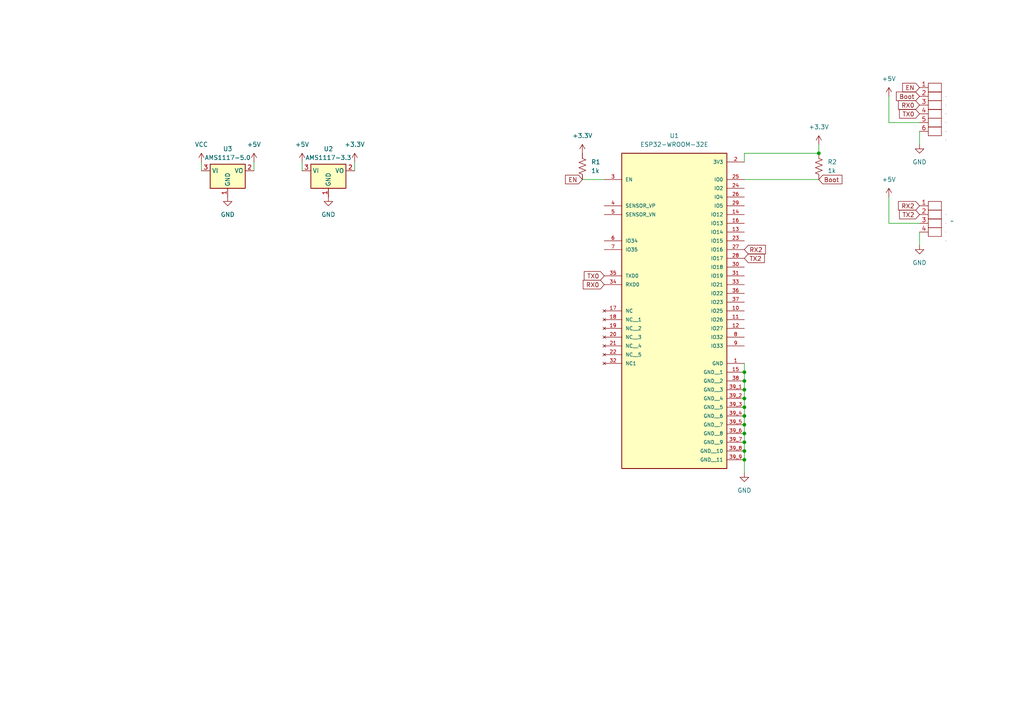
<source format=kicad_sch>
(kicad_sch (version 20230121) (generator eeschema)
  (paper "A4")
  (lib_symbols
    (symbol "Device:R_US" (pin_numbers hide) (pin_names (offset 0))
      (property "Reference" "R" (at 2.54 0 90))
      (property "Value" "R_US" (at -2.54 0 90))
      (symbol "R_US_0_1"
        (polyline (pts (xy 0 -2.286) (xy 0 -2.54)))
        (polyline (pts (xy 0 2.286) (xy 0 2.54)))
        (polyline (pts (xy 0 -0.762) (xy 1.016 -1.143) (xy 0 -1.524) (xy -1.016 -1.905) (xy 0 -2.286)))
        (polyline (pts (xy 0 0.762) (xy 1.016 0.381) (xy 0 0) (xy -1.016 -0.381) (xy 0 -0.762)))
        (polyline (pts (xy 0 2.286) (xy 1.016 1.905) (xy 0 1.524) (xy -1.016 1.143) (xy 0 0.762)))
      )
      (symbol "R_US_1_1"
        (pin passive line (at 0 3.81 270) (length 1.27) (name "~") (number "1"))
        (pin passive line (at 0 -3.81 90) (length 1.27) (name "~") (number "2"))
      )
    )
    (symbol "ESP32-WROOM-32E__16MB_:ESP32-WROOM-32E" (pin_names (offset 1.016))
      (property "Reference" "U" (at -15.24 33.909 0))
      (property "Value" "ESP32-WROOM-32E" (at -15.24 -60.96 0))
      (symbol "ESP32-WROOM-32E_0_0"
        (rectangle (start -15.24 -58.42) (end 15.24 33.02) (stroke (width 0.254)) (fill (type background)))
        (pin power_in line (at 20.32 -27.94 180) (length 5.08) (name "GND") (number "1"))
        (pin bidirectional line (at 20.32 -12.7 180) (length 5.08) (name "IO25") (number "10"))
        (pin bidirectional line (at 20.32 -15.24 180) (length 5.08) (name "IO26") (number "11"))
        (pin bidirectional line (at 20.32 -17.78 180) (length 5.08) (name "IO27") (number "12"))
        (pin bidirectional line (at 20.32 10.16 180) (length 5.08) (name "IO14") (number "13"))
        (pin bidirectional line (at 20.32 15.24 180) (length 5.08) (name "IO12") (number "14"))
        (pin power_in line (at 20.32 -30.48 180) (length 5.08) (name "GND__1") (number "15"))
        (pin bidirectional line (at 20.32 12.7 180) (length 5.08) (name "IO13") (number "16"))
        (pin no_connect line (at -20.32 -12.7 0) (length 5.08) (name "NC") (number "17"))
        (pin no_connect line (at -20.32 -15.24 0) (length 5.08) (name "NC__1") (number "18"))
        (pin no_connect line (at -20.32 -17.78 0) (length 5.08) (name "NC__2") (number "19"))
        (pin power_in line (at 20.32 30.48 180) (length 5.08) (name "3V3") (number "2"))
        (pin no_connect line (at -20.32 -20.32 0) (length 5.08) (name "NC__3") (number "20"))
        (pin no_connect line (at -20.32 -22.86 0) (length 5.08) (name "NC__4") (number "21"))
        (pin no_connect line (at -20.32 -25.4 0) (length 5.08) (name "NC__5") (number "22"))
        (pin bidirectional line (at 20.32 7.62 180) (length 5.08) (name "IO15") (number "23"))
        (pin bidirectional line (at 20.32 22.86 180) (length 5.08) (name "IO2") (number "24"))
        (pin bidirectional line (at 20.32 25.4 180) (length 5.08) (name "IO0") (number "25"))
        (pin bidirectional line (at 20.32 20.32 180) (length 5.08) (name "IO4") (number "26"))
        (pin bidirectional line (at 20.32 5.08 180) (length 5.08) (name "IO16") (number "27"))
        (pin bidirectional line (at 20.32 2.54 180) (length 5.08) (name "IO17") (number "28"))
        (pin bidirectional line (at 20.32 17.78 180) (length 5.08) (name "IO5") (number "29"))
        (pin input line (at -20.32 25.4 0) (length 5.08) (name "EN") (number "3"))
        (pin bidirectional line (at 20.32 0 180) (length 5.08) (name "IO18") (number "30"))
        (pin bidirectional line (at 20.32 -2.54 180) (length 5.08) (name "IO19") (number "31"))
        (pin no_connect line (at -20.32 -27.94 0) (length 5.08) (name "NC1") (number "32"))
        (pin bidirectional line (at 20.32 -5.08 180) (length 5.08) (name "IO21") (number "33"))
        (pin bidirectional line (at -20.32 -5.08 0) (length 5.08) (name "RXD0") (number "34"))
        (pin bidirectional line (at -20.32 -2.54 0) (length 5.08) (name "TXD0") (number "35"))
        (pin bidirectional line (at 20.32 -7.62 180) (length 5.08) (name "IO22") (number "36"))
        (pin bidirectional line (at 20.32 -10.16 180) (length 5.08) (name "IO23") (number "37"))
        (pin power_in line (at 20.32 -33.02 180) (length 5.08) (name "GND__2") (number "38"))
        (pin power_in line (at 20.32 -35.56 180) (length 5.08) (name "GND__3") (number "39_1"))
        (pin power_in line (at 20.32 -38.1 180) (length 5.08) (name "GND__4") (number "39_2"))
        (pin power_in line (at 20.32 -40.64 180) (length 5.08) (name "GND__5") (number "39_3"))
        (pin power_in line (at 20.32 -43.18 180) (length 5.08) (name "GND__6") (number "39_4"))
        (pin power_in line (at 20.32 -45.72 180) (length 5.08) (name "GND__7") (number "39_5"))
        (pin power_in line (at 20.32 -48.26 180) (length 5.08) (name "GND__8") (number "39_6"))
        (pin power_in line (at 20.32 -50.8 180) (length 5.08) (name "GND__9") (number "39_7"))
        (pin power_in line (at 20.32 -53.34 180) (length 5.08) (name "GND__10") (number "39_8"))
        (pin power_in line (at 20.32 -55.88 180) (length 5.08) (name "GND__11") (number "39_9"))
        (pin input line (at -20.32 17.78 0) (length 5.08) (name "SENSOR_VP") (number "4"))
        (pin input line (at -20.32 15.24 0) (length 5.08) (name "SENSOR_VN") (number "5"))
        (pin input line (at -20.32 7.62 0) (length 5.08) (name "IO34") (number "6"))
        (pin input line (at -20.32 5.08 0) (length 5.08) (name "IO35") (number "7"))
        (pin bidirectional line (at 20.32 -20.32 180) (length 5.08) (name "IO32") (number "8"))
        (pin bidirectional line (at 20.32 -22.86 180) (length 5.08) (name "IO33") (number "9"))
      )
    )
    (symbol "Regulator_Linear:AMS1117-3.3"
      (property "Reference" "U" (at -3.81 3.175 0))
      (property "Value" "AMS1117-3.3" (at 0 3.175 0))
      (symbol "AMS1117-3.3_0_1"
        (rectangle (start -5.08 -5.08) (end 5.08 1.905) (stroke (width 0.254)) (fill (type background)))
      )
      (symbol "AMS1117-3.3_1_1"
        (pin power_in line (at 0 -7.62 90) (length 2.54) (name "GND") (number "1"))
        (pin power_out line (at 7.62 0 180) (length 2.54) (name "VO") (number "2"))
        (pin power_in line (at -7.62 0 0) (length 2.54) (name "VI") (number "3"))
      )
    )
    (symbol "Regulator_Linear:AMS1117-5.0"
      (property "Reference" "U" (at -3.81 3.175 0))
      (property "Value" "AMS1117-5.0" (at 0 3.175 0))
      (symbol "AMS1117-5.0_0_1"
        (rectangle (start -5.08 -5.08) (end 5.08 1.905) (stroke (width 0.254)) (fill (type background)))
      )
      (symbol "AMS1117-5.0_1_1"
        (pin power_in line (at 0 -7.62 90) (length 2.54) (name "GND") (number "1"))
        (pin power_out line (at 7.62 0 180) (length 2.54) (name "VO") (number "2"))
        (pin power_in line (at -7.62 0 0) (length 2.54) (name "VI") (number "3"))
      )
    )
    (symbol "Solder_Pad:Programming_Pads"
      (symbol "Programming_Pads_0_1"
        (rectangle (start 2.54 -13.97) (end 2.54 -13.97))
        (rectangle (start 2.54 -11.43) (end 2.54 -11.43))
        (rectangle (start 2.54 -8.89) (end 2.54 -8.89))
        (rectangle (start 2.54 -6.35) (end 2.54 -6.35))
        (rectangle (start 2.54 -3.81) (end 2.54 -3.81))
        (rectangle (start 2.54 -1.27) (end 2.54 -1.27))
      )
      (symbol "Programming_Pads_1_1"
        (rectangle (start -2.54 -10.16) (end 1.27 -12.7))
        (rectangle (start -2.54 -7.62) (end 1.27 -10.16))
        (rectangle (start -2.54 -5.08) (end 1.27 -7.62))
        (rectangle (start -2.54 -2.54) (end 1.27 -5.08))
        (rectangle (start -2.54 0) (end 1.27 -2.54))
        (rectangle (start -2.54 2.54) (end 1.27 0))
        (pin input line (at -5.08 1.27 0) (length 2.54) (name "") (number "1"))
        (pin input line (at -5.08 -1.27 0) (length 2.54) (name "") (number "2"))
        (pin input line (at -5.08 -3.81 0) (length 2.54) (name "") (number "3"))
        (pin input line (at -5.08 -6.35 0) (length 2.54) (name "") (number "4"))
        (pin input line (at -5.08 -8.89 0) (length 2.54) (name "") (number "5"))
        (pin input line (at -5.08 -11.43 0) (length 2.54) (name "") (number "6"))
      )
    )
    (symbol "Solder_Pad:Serial_Device_Solder_Pad"
      (property "Value" "sp" (at -1.27 -1.27 0))
      (symbol "Serial_Device_Solder_Pad_0_1"
        (rectangle (start 2.54 -8.89) (end 2.54 -8.89))
        (rectangle (start 2.54 -6.35) (end 2.54 -6.35))
        (rectangle (start 2.54 -3.81) (end 2.54 -3.81))
        (rectangle (start 2.54 -1.27) (end 2.54 -1.27))
      )
      (symbol "Serial_Device_Solder_Pad_1_1"
        (rectangle (start -2.54 -5.08) (end 1.27 -7.62))
        (rectangle (start -2.54 -2.54) (end 1.27 -5.08))
        (rectangle (start -2.54 0) (end 1.27 -2.54))
        (rectangle (start -2.54 2.54) (end 1.27 0))
        (pin input line (at -5.08 1.27 0) (length 2.54) (name "") (number "1"))
        (pin input line (at -5.08 -1.27 0) (length 2.54) (name "") (number "2"))
        (pin input line (at -5.08 -3.81 0) (length 2.54) (name "") (number "3"))
        (pin input line (at -5.08 -6.35 0) (length 2.54) (name "") (number "4"))
      )
    )
    (symbol "power:+3.3V" (power) (pin_names (offset 0))
      (property "Value" "+3.3V" (at 0 3.556 0))
      (symbol "+3.3V_0_1"
        (polyline (pts (xy -0.762 1.27) (xy 0 2.54)))
        (polyline (pts (xy 0 0) (xy 0 2.54)))
        (polyline (pts (xy 0 2.54) (xy 0.762 1.27)))
      )
      (symbol "+3.3V_1_1"
        (pin power_in line (at 0 0 90) (length 0) hide (name "+3.3V") (number "1"))
      )
    )
    (symbol "power:+5V" (power) (pin_names (offset 0))
      (property "Value" "+5V" (at 0 3.556 0))
      (symbol "+5V_0_1"
        (polyline (pts (xy -0.762 1.27) (xy 0 2.54)))
        (polyline (pts (xy 0 0) (xy 0 2.54)))
        (polyline (pts (xy 0 2.54) (xy 0.762 1.27)))
      )
      (symbol "+5V_1_1"
        (pin power_in line (at 0 0 90) (length 0) hide (name "+5V") (number "1"))
      )
    )
    (symbol "power:GND" (power) (pin_names (offset 0))
      (property "Value" "GND" (at 0 -3.81 0))
      (symbol "GND_0_1"
        (polyline (pts (xy 0 0) (xy 0 -1.27) (xy 1.27 -1.27) (xy 0 -2.54) (xy -1.27 -1.27) (xy 0 -1.27)))
      )
      (symbol "GND_1_1"
        (pin power_in line (at 0 0 270) (length 0) hide (name "GND") (number "1"))
      )
    )
    (symbol "power:VCC" (power) (pin_names (offset 0))
      (property "Value" "VCC" (at 0 3.81 0))
      (symbol "VCC_0_1"
        (polyline (pts (xy -0.762 1.27) (xy 0 2.54)))
        (polyline (pts (xy 0 0) (xy 0 2.54)))
        (polyline (pts (xy 0 2.54) (xy 0.762 1.27)))
      )
      (symbol "VCC_1_1"
        (pin power_in line (at 0 0 90) (length 0) hide (name "VCC") (number "1"))
      )
    )
  )
  (junction (at 215.9 107.95))
  (junction (at 215.9 128.27))
  (junction (at 215.9 125.73))
  (junction (at 237.49 44.45))
  (junction (at 215.9 130.81))
  (junction (at 215.9 118.11))
  (junction (at 215.9 120.65))
  (junction (at 215.9 133.35))
  (junction (at 215.9 115.57))
  (junction (at 215.9 113.03))
  (junction (at 215.9 123.19))
  (junction (at 215.9 110.49))
  (wire (pts (xy 215.9 105.41) (xy 215.9 107.95)))
  (wire (pts (xy 237.49 41.91) (xy 237.49 44.45)))
  (wire (pts (xy 215.9 113.03) (xy 215.9 115.57)))
  (wire (pts (xy 102.87 46.99) (xy 102.87 49.53)))
  (wire (pts (xy 215.9 123.19) (xy 215.9 125.73)))
  (wire (pts (xy 215.9 46.99) (xy 215.9 44.45)))
  (wire (pts (xy 257.81 35.56) (xy 257.81 27.94)))
  (wire (pts (xy 215.9 118.11) (xy 215.9 120.65)))
  (wire (pts (xy 215.9 44.45) (xy 237.49 44.45)))
  (wire (pts (xy 58.42 46.99) (xy 58.42 49.53)))
  (wire (pts (xy 266.7 67.31) (xy 266.7 71.12)))
  (wire (pts (xy 215.9 52.07) (xy 237.49 52.07)))
  (wire (pts (xy 215.9 128.27) (xy 215.9 130.81)))
  (wire (pts (xy 168.91 52.07) (xy 175.26 52.07)))
  (wire (pts (xy 257.81 64.77) (xy 257.81 57.15)))
  (wire (pts (xy 266.7 64.77) (xy 257.81 64.77)))
  (wire (pts (xy 215.9 107.95) (xy 215.9 110.49)))
  (wire (pts (xy 266.7 38.1) (xy 266.7 41.91)))
  (wire (pts (xy 73.66 46.99) (xy 73.66 49.53)))
  (wire (pts (xy 266.7 35.56) (xy 257.81 35.56)))
  (wire (pts (xy 215.9 120.65) (xy 215.9 123.19)))
  (wire (pts (xy 215.9 110.49) (xy 215.9 113.03)))
  (wire (pts (xy 87.63 46.99) (xy 87.63 49.53)))
  (wire (pts (xy 215.9 130.81) (xy 215.9 133.35)))
  (wire (pts (xy 215.9 125.73) (xy 215.9 128.27)))
  (wire (pts (xy 215.9 115.57) (xy 215.9 118.11)))
  (wire (pts (xy 215.9 133.35) (xy 215.9 137.16)))
  (global_label "Boot" (shape input) (at 237.49 52.07 0) (property "Intersheetrefs" "${INTERSHEET_REFS}" (effects hide)))
  (global_label "TX2" (shape input) (at 266.7 62.23 180) (property "Intersheetrefs" "${INTERSHEET_REFS}" (effects hide)))
  (global_label "EN" (shape input) (at 266.7 25.4 180) (property "Intersheetrefs" "${INTERSHEET_REFS}" (effects hide)))
  (global_label "RX0" (shape input) (at 266.7 30.48 180) (property "Intersheetrefs" "${INTERSHEET_REFS}" (effects hide)))
  (global_label "EN" (shape input) (at 168.91 52.07 180) (property "Intersheetrefs" "${INTERSHEET_REFS}" (effects hide)))
  (global_label "TX0" (shape input) (at 175.26 80.01 180) (property "Intersheetrefs" "${INTERSHEET_REFS}" (effects hide)))
  (global_label "RX0" (shape input) (at 175.26 82.55 180) (property "Intersheetrefs" "${INTERSHEET_REFS}" (effects hide)))
  (global_label "TX0" (shape input) (at 266.7 33.02 180) (property "Intersheetrefs" "${INTERSHEET_REFS}" (effects hide)))
  (global_label "RX2" (shape input) (at 215.9 72.39 0) (property "Intersheetrefs" "${INTERSHEET_REFS}" (effects hide)))
  (global_label "TX2" (shape input) (at 215.9 74.93 0) (property "Intersheetrefs" "${INTERSHEET_REFS}" (effects hide)))
  (global_label "Boot" (shape input) (at 266.7 27.94 180) (property "Intersheetrefs" "${INTERSHEET_REFS}" (effects hide)))
  (global_label "RX2" (shape input) (at 266.7 59.69 180) (property "Intersheetrefs" "${INTERSHEET_REFS}" (effects hide)))
  (symbol (lib_id "power:+5V") (at 257.81 27.94 0) (unit 1)
    (property "Reference" "#PWR013" (effects hide))
    (property "Value" "+5V" (at 257.81 22.86 0))
  )
  (symbol (lib_id "Solder_Pad:Serial_Device_Solder_Pad") (at 271.78 60.96 0) (unit 1)
    (property "Reference" "s1" (effects hide))
    (property "Value" "~" (at 275.59 64.135 0) (effects (justify left)))
    (property "Footprint" "Library:Serial_Device" (effects hide))
  )
  (symbol (lib_id "Device:R_US") (at 237.49 48.26 0) (unit 1)
    (property "Reference" "R2" (at 240.03 46.99 0) (effects (justify left)))
    (property "Value" "1k" (at 240.03 49.53 0) (effects (justify left)))
    (property "Footprint" "Resistor_SMD:R_0805_2012Metric" (effects hide))
  )
  (symbol (lib_id "power:GND") (at 215.9 137.16 0) (unit 1)
    (property "Reference" "#PWR011" (effects hide))
    (property "Value" "GND" (at 215.9 142.24 0))
  )
  (symbol (lib_id "power:VCC") (at 58.42 46.99 0) (unit 1)
    (property "Reference" "#PWR04" (effects hide))
    (property "Value" "VCC" (at 58.42 41.91 0))
  )
  (symbol (lib_id "power:+5V") (at 257.81 57.15 0) (unit 1)
    (property "Reference" "#PWR08" (effects hide))
    (property "Value" "+5V" (at 257.81 52.07 0))
  )
  (symbol (lib_id "power:+3.3V") (at 168.91 44.45 0) (unit 1)
    (property "Reference" "#PWR09" (effects hide))
    (property "Value" "+3.3V" (at 168.91 39.37 0))
  )
  (symbol (lib_id "Solder_Pad:Programming_Pads") (at 271.78 26.67 0) (unit 1)
    (property "Reference" "s2" (effects hide))
    (property "Value" "Programming_Pads" (effects hide))
    (property "Footprint" "Library:Programming pads" (effects hide))
  )
  (symbol (lib_id "power:+5V") (at 73.66 46.99 0) (unit 1)
    (property "Reference" "#PWR05" (effects hide))
    (property "Value" "+5V" (at 73.66 41.91 0))
  )
  (symbol (lib_id "power:GND") (at 266.7 41.91 0) (unit 1)
    (property "Reference" "#PWR012" (effects hide))
    (property "Value" "GND" (at 266.7 46.99 0))
  )
  (symbol (lib_id "power:GND") (at 95.25 57.15 0) (unit 1)
    (property "Reference" "#PWR02" (effects hide))
    (property "Value" "GND" (at 95.25 62.23 0))
  )
  (symbol (lib_id "Regulator_Linear:AMS1117-5.0") (at 66.04 49.53 0) (unit 1)
    (property "Reference" "U3" (at 66.04 43.18 0))
    (property "Value" "AMS1117-5.0" (at 66.04 45.72 0))
    (property "Footprint" "Package_TO_SOT_SMD:SOT-223-3_TabPin2" (effects hide))
    (property "Datasheet" "http://www.advanced-monolithic.com/pdf/ds1117.pdf" (effects hide))
  )
  (symbol (lib_id "power:GND") (at 66.04 57.15 0) (unit 1)
    (property "Reference" "#PWR03" (effects hide))
    (property "Value" "GND" (at 66.04 62.23 0))
  )
  (symbol (lib_id "Regulator_Linear:AMS1117-3.3") (at 95.25 49.53 0) (unit 1)
    (property "Reference" "U2" (at 95.25 43.18 0))
    (property "Value" "AMS1117-3.3" (at 95.25 45.72 0))
    (property "Footprint" "Package_TO_SOT_SMD:SOT-223-3_TabPin2" (effects hide))
    (property "Datasheet" "http://www.advanced-monolithic.com/pdf/ds1117.pdf" (effects hide))
  )
  (symbol (lib_id "power:+3.3V") (at 102.87 46.99 0) (unit 1)
    (property "Reference" "#PWR07" (effects hide))
    (property "Value" "+3.3V" (at 102.87 41.91 0))
  )
  (symbol (lib_id "ESP32-WROOM-32E__16MB_:ESP32-WROOM-32E") (at 195.58 77.47 0) (unit 1)
    (property "Reference" "U1" (at 195.58 39.37 0))
    (property "Value" "ESP32-WROOM-32E" (at 195.58 41.91 0))
    (property "Footprint" "ESP32-WROOM-32E:ESP32-WROOM-32E" (effects hide))
    (property "MF" "Espressif Systems" (effects hide))
    (property "MAXIMUM_PACKAGE_HEIGHT" "3.25mm" (effects hide))
    (property "Package" "SMD-44 Espressif Systems" (effects hide))
    (property "Price" "None" (effects hide))
    (property "Check_prices" "https://www.snapeda.com/parts/ESP32-WROOM-32E%20(16MB)/Espressif+Systems/view-part/?ref=eda" (effects hide))
    (property "STANDARD" "Manufacturer Recommendations" (effects hide))
    (property "PARTREV" "1.4" (effects hide))
    (property "SnapEDA_Link" "https://www.snapeda.com/parts/ESP32-WROOM-32E%20(16MB)/Espressif+Systems/view-part/?ref=snap" (effects hide))
    (property "MP" "ESP32-WROOM-32E (16MB)" (effects hide))
    (property "Description" "\nBluetooth, WiFi 802.11b/g/n, Bluetooth v4.2 +EDR, Class 1, 2 and 3 Transceiver Module 2.4GHz ~ 2.5GHz Integrated, Trace Surface Mount\n" (effects hide))
    (property "Availability" "Not in stock" (effects hide))
    (property "MANUFACTURER" "Espressif Systems" (effects hide))
  )
  (symbol (lib_id "power:+5V") (at 87.63 46.99 0) (unit 1)
    (property "Reference" "#PWR06" (effects hide))
    (property "Value" "+5V" (at 87.63 41.91 0))
  )
  (symbol (lib_id "power:GND") (at 266.7 71.12 0) (unit 1)
    (property "Reference" "#PWR01" (effects hide))
    (property "Value" "GND" (at 266.7 76.2 0))
  )
  (symbol (lib_id "power:+3.3V") (at 237.49 41.91 0) (unit 1)
    (property "Reference" "#PWR010" (effects hide))
    (property "Value" "+3.3V" (at 237.49 36.83 0))
  )
  (symbol (lib_id "Device:R_US") (at 168.91 48.26 0) (unit 1)
    (property "Reference" "R1" (at 171.45 46.99 0) (effects (justify left)))
    (property "Value" "1k" (at 171.45 49.53 0) (effects (justify left)))
    (property "Footprint" "Resistor_SMD:R_0805_2012Metric" (effects hide))
  )
)
</source>
